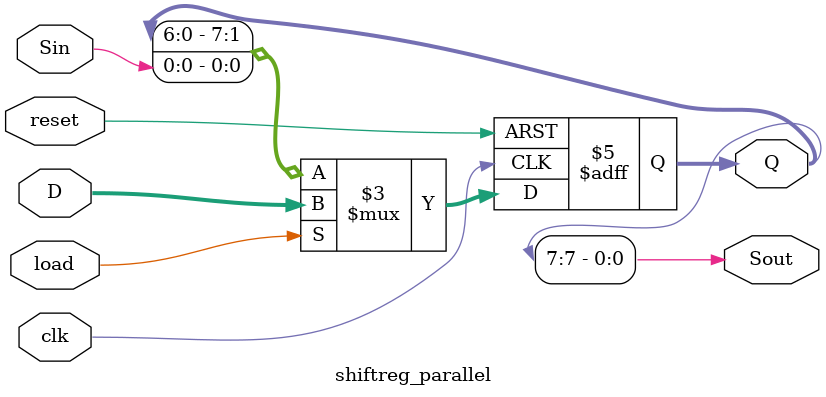
<source format=sv>
module shiftreg_parallel #(
    localparam int N = 8
) (
    input clk,
    reset,
    load,
    Sin,
    input [N-1:0] D,
    output logic [N-1:0] Q,
    output logic Sout
);

  always_ff @(posedge clk, posedge reset) begin
    if (reset) Q <= 0;
    else if (load) Q <= D;
    else Q <= {Q[N-2:0], Sin};
  end

  assign Sout = Q[N-1];
endmodule

</source>
